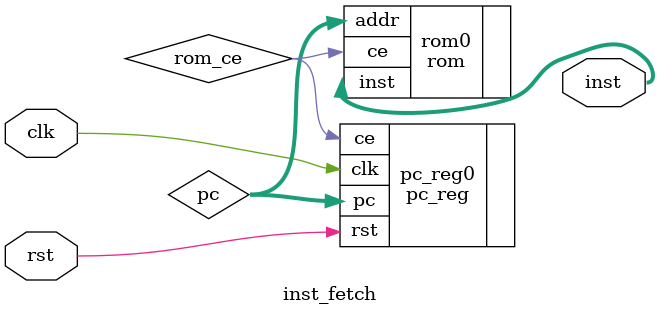
<source format=v>
module inst_fetch(
                  input wire         rst,
                  input wire         clk,
                  output wire [31:0] inst
                  );
   wire [5:0]                        pc;
   wire                              rom_ce;

   pc_reg pc_reg0(.clk(clk),
                  .rst(rst),
                  .pc(pc),
                  .ce(rom_ce));
   rom rom0(.ce(rom_ce),
            .addr(pc),
            .inst(inst));
endmodule // inst_fetch

</source>
